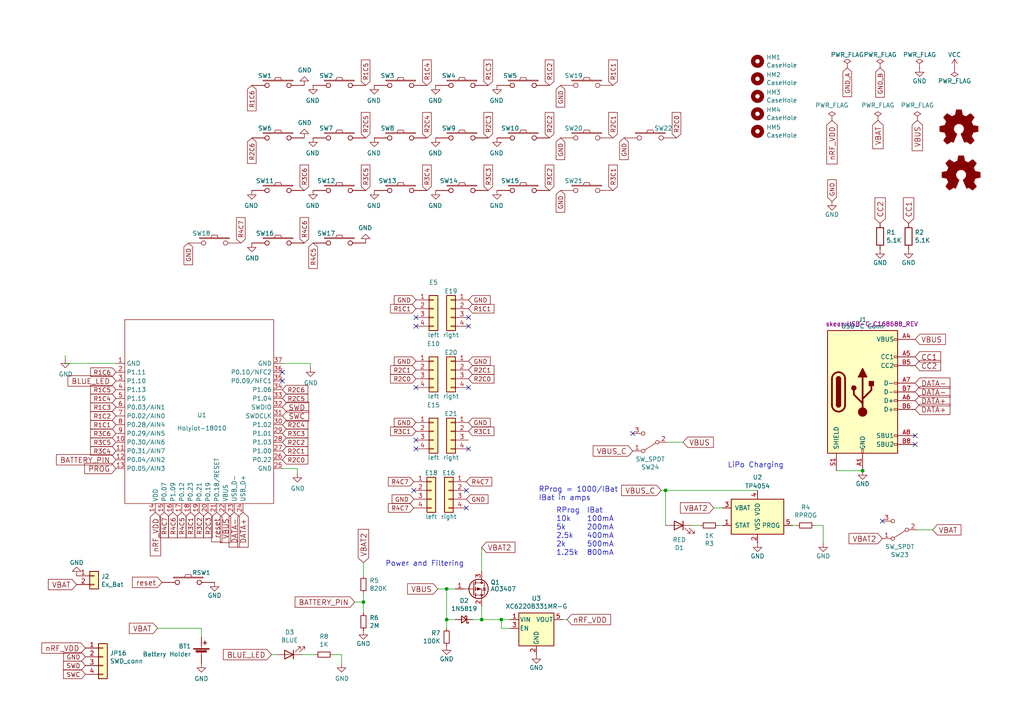
<source format=kicad_sch>
(kicad_sch (version 20211123) (generator eeschema)
  (paper "A4")
  (title_block (title "jorian") (date "22 07 2017"))
  (lib_symbols
    (symbol "Battery_Management:MCP73831-3-OT" (pin_names (offset 1.016))
      (property "Reference" "U" (at -7.62 6.35 0))
      (property "Value" "MCP73831-3-OT" (at 1.27 6.35 0))
      (symbol "MCP73831-3-OT_1_1"
        (pin output line (at 10.16 -2.54 180) (length 2.54) (name "STAT") (number "1"))
        (pin power_in line (at 0 -7.62 90) (length 2.54) (name "VSS") (number "2"))
        (pin power_out line (at 10.16 2.54 180) (length 2.54) (name "VBAT") (number "3"))
        (pin power_in line (at 0 7.62 270) (length 2.54) (name "VDD") (number "4"))
        (pin input line (at -10.16 -2.54 0) (length 2.54) (name "PROG") (number "5"))
      )
    )
    (symbol "Connector:USB_C_Receptacle_USB2.0" (pin_names (offset 1.016))
      (property "Reference" "J" (at -10.16 19.05 0))
      (property "Value" "USB_C_Receptacle_USB2.0" (at 19.05 19.05 0))
      (symbol "USB_C_Receptacle_USB2.0_1_1"
        (pin passive line (at 0 -22.86 90) (length 5.08) (name "GND") (number "A1"))
        (pin passive line (at 0 -22.86 90) (length 5.08) hide (name "GND") (number "A12"))
        (pin passive line (at 15.24 15.24 180) (length 5.08) (name "VBUS") (number "A4"))
        (pin bidirectional line (at 15.24 10.16 180) (length 5.08) (name "CC1") (number "A5"))
        (pin bidirectional line (at 15.24 -2.54 180) (length 5.08) (name "D+") (number "A6"))
        (pin bidirectional line (at 15.24 2.54 180) (length 5.08) (name "D-") (number "A7"))
        (pin bidirectional line (at 15.24 -12.7 180) (length 5.08) (name "SBU1") (number "A8"))
        (pin passive line (at 15.24 15.24 180) (length 5.08) hide (name "VBUS") (number "A9"))
        (pin passive line (at 0 -22.86 90) (length 5.08) hide (name "GND") (number "B1"))
        (pin passive line (at 0 -22.86 90) (length 5.08) hide (name "GND") (number "B12"))
        (pin passive line (at 15.24 15.24 180) (length 5.08) hide (name "VBUS") (number "B4"))
        (pin bidirectional line (at 15.24 7.62 180) (length 5.08) (name "CC2") (number "B5"))
        (pin bidirectional line (at 15.24 -5.08 180) (length 5.08) (name "D+") (number "B6"))
        (pin bidirectional line (at 15.24 0 180) (length 5.08) (name "D-") (number "B7"))
        (pin bidirectional line (at 15.24 -15.24 180) (length 5.08) (name "SBU2") (number "B8"))
        (pin passive line (at 15.24 15.24 180) (length 5.08) hide (name "VBUS") (number "B9"))
        (pin passive line (at -7.62 -22.86 90) (length 5.08) (name "SHIELD") (number "S1"))
      )
    )
    (symbol "Connector_Generic:Conn_01x02" (pin_names (offset 1.016) hide)
      (property "Reference" "J" (at 0 2.54 0))
      (property "Value" "Conn_01x02" (at 0 -5.08 0))
      (symbol "Conn_01x02_1_1"
        (pin passive line (at -5.08 0 0) (length 3.81) (name "Pin_1") (number "1"))
        (pin passive line (at -5.08 -2.54 0) (length 3.81) (name "Pin_2") (number "2"))
      )
    )
    (symbol "Connector_Generic:Conn_01x04" (pin_names (offset 1.016) hide)
      (property "Reference" "J" (at 0 5.08 0))
      (property "Value" "Conn_01x04" (at 0 -7.62 0))
      (symbol "Conn_01x04_1_1"
        (pin passive line (at -5.08 2.54 0) (length 3.81) (name "Pin_1") (number "1"))
        (pin passive line (at -5.08 0 0) (length 3.81) (name "Pin_2") (number "2"))
        (pin passive line (at -5.08 -2.54 0) (length 3.81) (name "Pin_3") (number "3"))
        (pin passive line (at -5.08 -5.08 0) (length 3.81) (name "Pin_4") (number "4"))
      )
    )
    (symbol "Device:Battery_Cell" (pin_numbers hide) (pin_names (offset 0) hide)
      (property "Reference" "BT" (at 2.54 2.54 0))
      (property "Value" "Battery_Cell" (at 2.54 0 0))
      (symbol "Battery_Cell_1_1"
        (pin passive line (at 0 5.08 270) (length 2.54) (name "+") (number "1"))
        (pin passive line (at 0 -2.54 90) (length 2.54) (name "-") (number "2"))
      )
    )
    (symbol "Device:D_Schottky_Small" (pin_numbers hide) (pin_names (offset 0.254) hide)
      (property "Reference" "D" (at -1.27 2.032 0))
      (property "Value" "D_Schottky_Small" (at -7.112 -2.032 0))
      (symbol "D_Schottky_Small_1_1"
        (pin passive line (at -2.54 0 0) (length 1.778) (name "K") (number "1"))
        (pin passive line (at 2.54 0 180) (length 1.778) (name "A") (number "2"))
      )
    )
    (symbol "Device:LED" (pin_numbers hide) (pin_names (offset 1.016) hide)
      (property "Reference" "D" (at 0 2.54 0))
      (property "Value" "LED" (at 0 -2.54 0))
      (symbol "LED_1_1"
        (pin passive line (at -3.81 0 0) (length 2.54) (name "K") (number "1"))
        (pin passive line (at 3.81 0 180) (length 2.54) (name "A") (number "2"))
      )
    )
    (symbol "Device:Q_PMOS_GSD" (pin_names (offset 0) hide)
      (property "Reference" "Q" (at 5.08 1.27 0))
      (property "Value" "Q_PMOS_GSD" (at 5.08 -1.27 0))
      (symbol "Q_PMOS_GSD_1_1"
        (pin input line (at -5.08 0 0) (length 2.54) (name "G") (number "1"))
        (pin passive line (at 2.54 -5.08 90) (length 2.54) (name "S") (number "2"))
        (pin passive line (at 2.54 5.08 270) (length 2.54) (name "D") (number "3"))
      )
    )
    (symbol "Device:R" (pin_numbers hide) (pin_names (offset 0))
      (property "Reference" "R" (at 2.032 0 90))
      (property "Value" "R" (at 0 0 90))
      (symbol "R_1_1"
        (pin passive line (at 0 3.81 270) (length 1.27) (name "~") (number "1"))
        (pin passive line (at 0 -3.81 90) (length 1.27) (name "~") (number "2"))
      )
    )
    (symbol "Device:R_Small" (pin_numbers hide) (pin_names (offset 0.254) hide)
      (property "Reference" "R" (at 0.762 0.508 0))
      (property "Value" "R_Small" (at 0.762 -1.016 0))
      (symbol "R_Small_1_1"
        (pin passive line (at 0 2.54 270) (length 0.762) (name "~") (number "1"))
        (pin passive line (at 0 -2.54 90) (length 0.762) (name "~") (number "2"))
      )
    )
    (symbol "Graphic:Logo_Open_Hardware_Small" (pin_names (offset 1.016)))
    (symbol "Mechanical:MountingHole" (pin_names (offset 1.016))
      (property "Reference" "H" (at 0 5.08 0))
      (property "Value" "MountingHole" (at 0 3.175 0))
    )
    (symbol "Regulator_Linear:AP2112K-3.3" (pin_names (offset 0.254))
      (property "Reference" "U" (at -5.08 5.715 0))
      (property "Value" "AP2112K-3.3" (at 0 5.715 0))
      (symbol "AP2112K-3.3_1_1"
        (pin power_in line (at -7.62 2.54 0) (length 2.54) (name "VIN") (number "1"))
        (pin power_in line (at 0 -7.62 90) (length 2.54) (name "GND") (number "2"))
        (pin input line (at -7.62 0 0) (length 2.54) (name "EN") (number "3"))
        (pin no_connect line (at 5.08 0 180) (length 2.54) hide (name "NC") (number "4"))
        (pin power_out line (at 7.62 2.54 180) (length 2.54) (name "VOUT") (number "5"))
      )
    )
    (symbol "Switch:SW_SPDT" (pin_names (offset 0) hide)
      (property "Reference" "SW" (at 0 4.318 0))
      (property "Value" "SW_SPDT" (at 0 -5.08 0))
      (symbol "SW_SPDT_1_1"
        (pin passive line (at 5.08 2.54 180) (length 2.54) (name "A") (number "1"))
        (pin passive line (at -5.08 0 0) (length 2.54) (name "B") (number "2"))
        (pin passive line (at 5.08 -2.54 180) (length 2.54) (name "C") (number "3"))
      )
    )
    (symbol "kbd:SW_PUSH" (pin_numbers hide) (pin_names (offset 1.016) hide)
      (property "Reference" "SW" (at 3.81 2.794 0))
      (property "Value" "SW_PUSH" (at 0 -2.032 0))
      (symbol "SW_PUSH_0_1"
        (pin passive inverted (at -7.62 0 0) (length 5.08) (name "1") (number "1"))
        (pin passive inverted (at 7.62 0 180) (length 5.08) (name "2") (number "2"))
      )
    )
    (symbol "kbd_wl:HOLYIOT-18010-NRF52840_Simple"
      (property "Reference" "U1" (at 0 31.75 0))
      (property "Value" "HOLYIOT-18010-NRF52840_Simple" (at 0 29.21 0))
      (symbol "HOLYIOT-18010-NRF52840_Simple_1_1"
        (pin power_in line (at -24.13 15.24 0) (length 2.54) (name "GND") (number "1"))
        (pin input line (at -24.13 -7.62 0) (length 2.54) (name "P0.30/AIN6") (number "10"))
        (pin input line (at -24.13 -10.16 0) (length 2.54) (name "P0.31/AIN7") (number "11"))
        (pin input line (at -24.13 -12.7 0) (length 2.54) (name "P0.04/AIN2") (number "12"))
        (pin input line (at -24.13 -15.24 0) (length 2.54) (name "P0.05/AIN3") (number "13"))
        (pin power_in line (at -12.7 -27.94 90) (length 2.54) (name "VDD") (number "14"))
        (pin input line (at -10.16 -27.94 90) (length 2.54) (name "P0.07") (number "15"))
        (pin input line (at -7.62 -27.94 90) (length 2.54) (name "P1.09") (number "16"))
        (pin input line (at -5.08 -27.94 90) (length 2.54) (name "P0.12") (number "17"))
        (pin input line (at -2.54 -27.94 90) (length 2.54) (name "P0.23") (number "18"))
        (pin input line (at 0 -27.94 90) (length 2.54) (name "P0.21") (number "19"))
        (pin input line (at -24.13 12.7 0) (length 2.54) (name "P1.11") (number "2"))
        (pin input line (at 2.54 -27.94 90) (length 2.54) (name "P0.19") (number "20"))
        (pin input line (at 5.08 -27.94 90) (length 2.54) (name "P0.18/RESET") (number "21"))
        (pin power_in line (at 7.62 -27.94 90) (length 2.54) (name "VBUS") (number "22"))
        (pin input line (at 10.16 -27.94 90) (length 2.54) (name "USB_D-") (number "23"))
        (pin input line (at 12.7 -27.94 90) (length 2.54) (name "USB_D+") (number "24"))
        (pin power_in line (at 24.13 -15.24 180) (length 2.54) (name "GND") (number "25"))
        (pin input line (at 24.13 -12.7 180) (length 2.54) (name "P0.22") (number "26"))
        (pin input line (at 24.13 -10.16 180) (length 2.54) (name "P1.00") (number "27"))
        (pin input line (at 24.13 -7.62 180) (length 2.54) (name "P1.03") (number "28"))
        (pin input line (at 24.13 -5.08 180) (length 2.54) (name "P1.01") (number "29"))
        (pin input line (at -24.13 10.16 0) (length 2.54) (name "P1.10") (number "3"))
        (pin input line (at 24.13 -2.54 180) (length 2.54) (name "P1.02") (number "30"))
        (pin input line (at 24.13 0 180) (length 2.54) (name "SWDCLK") (number "31"))
        (pin input line (at 24.13 2.54 180) (length 2.54) (name "SWDIO") (number "32"))
        (pin input line (at 24.13 5.08 180) (length 2.54) (name "P1.04") (number "33"))
        (pin input line (at 24.13 7.62 180) (length 2.54) (name "P1.06") (number "34"))
        (pin input line (at 24.13 10.16 180) (length 2.54) (name "P0.09/NFC1") (number "35"))
        (pin input line (at 24.13 12.7 180) (length 2.54) (name "P0.10/NFC2") (number "36"))
        (pin power_in line (at 24.13 15.24 180) (length 2.54) (name "GND") (number "37"))
        (pin input line (at -24.13 7.62 0) (length 2.54) (name "P1.13") (number "4"))
        (pin input line (at -24.13 5.08 0) (length 2.54) (name "P1.15") (number "5"))
        (pin input line (at -24.13 2.54 0) (length 2.54) (name "P0.03/AIN1") (number "6"))
        (pin input line (at -24.13 0 0) (length 2.54) (name "P0.02/AIN0") (number "7"))
        (pin input line (at -24.13 -2.54 0) (length 2.54) (name "P0.28/AIN4") (number "8"))
        (pin input line (at -24.13 -5.08 0) (length 2.54) (name "P0.29/AIN5") (number "9"))
      )
    )
    (symbol "power:GND" (power) (pin_names (offset 0))
      (property "Value" "GND" (at 0 -3.81 0))
      (symbol "GND_1_1"
        (pin power_in line (at 0 0 270) (length 0) hide (name "GND") (number "1"))
      )
    )
    (symbol "power:PWR_FLAG" (power) (pin_numbers hide) (pin_names (offset 0) hide)
      (property "Value" "PWR_FLAG" (at 0 3.81 0))
      (symbol "PWR_FLAG_0_0"
        (pin power_out line (at 0 0 90) (length 0) (name "pwr") (number "1"))
      )
    )
    (symbol "power:VCC" (power) (pin_names (offset 0))
      (property "Value" "VCC" (at 0 3.81 0))
      (symbol "VCC_1_1"
        (pin power_in line (at 0 0 90) (length 0) hide (name "VCC") (number "1"))
      )
    )
  )
  (junction (at 139.7 179.705))
  (junction (at 105.41 174.625))
  (junction (at 250.19 136.525))
  (junction (at 193.04 142.24))
  (junction (at 145.415 179.705))
  (junction (at 129.54 170.815))
  (junction (at 129.54 179.705))
  (no_connect (at 81.915 107.95))
  (no_connect (at 81.915 110.49))
  (no_connect (at 120.65 127.635))
  (no_connect (at 120.65 130.175))
  (no_connect (at 135.89 130.175))
  (no_connect (at 120.65 94.615))
  (no_connect (at 135.89 112.395))
  (no_connect (at 120.015 142.24))
  (no_connect (at 135.255 142.24))
  (no_connect (at 135.255 147.32))
  (no_connect (at 255.905 151.13))
  (no_connect (at 120.65 92.075))
  (no_connect (at 183.515 125.73))
  (no_connect (at 265.43 128.905))
  (no_connect (at 120.65 112.395))
  (no_connect (at 265.43 126.365))
  (no_connect (at 135.89 92.075))
  (no_connect (at 135.89 94.615))
  (wire (pts (xy 129.54 179.705) (xy 132.08 179.705)))
  (wire (pts (xy 90.043 106.68) (xy 90.043 105.41)))
  (wire (pts (xy 236.22 152.4) (xy 238.76 152.4)))
  (wire (pts (xy 58.42 182.245) (xy 58.42 184.785)))
  (wire (pts (xy 129.54 182.245) (xy 129.54 179.705)))
  (wire (pts (xy 147.955 182.245) (xy 145.415 182.245)))
  (wire (pts (xy 229.87 152.4) (xy 231.14 152.4)))
  (wire (pts (xy 145.415 179.705) (xy 147.955 179.705)))
  (wire (pts (xy 105.41 163.195) (xy 105.41 167.005)))
  (wire (pts (xy 193.04 142.24) (xy 191.77 142.24)))
  (wire (pts (xy 81.915 105.41) (xy 90.043 105.41)))
  (wire (pts (xy 266.065 153.67) (xy 270.51 153.67)))
  (wire (pts (xy 18.923 103.124) (xy 18.923 104.14)))
  (wire (pts (xy 78.74 189.865) (xy 80.01 189.865)))
  (wire (pts (xy 33.655 105.41) (xy 18.669 105.41)))
  (wire (pts (xy 238.76 157.48) (xy 238.76 152.4)))
  (wire (pts (xy 207.01 147.32) (xy 209.55 147.32)))
  (wire (pts (xy 200.66 152.4) (xy 203.2 152.4)))
  (wire (pts (xy 242.57 136.525) (xy 250.19 136.525)))
  (wire (pts (xy 99.06 192.405) (xy 99.06 189.865)))
  (wire (pts (xy 137.16 179.705) (xy 139.7 179.705)))
  (wire (pts (xy 193.675 128.27) (xy 198.12 128.27)))
  (wire (pts (xy 193.04 142.24) (xy 193.04 152.4)))
  (wire (pts (xy 208.28 152.4) (xy 209.55 152.4)))
  (wire (pts (xy 105.41 174.625) (xy 105.41 177.8)))
  (wire (pts (xy 145.415 182.245) (xy 145.415 179.705)))
  (wire (pts (xy 127 170.815) (xy 129.54 170.815)))
  (wire (pts (xy 139.7 158.75) (xy 139.7 165.735)))
  (wire (pts (xy 87.63 189.865) (xy 91.44 189.865)))
  (wire (pts (xy 163.195 179.705) (xy 164.465 179.705)))
  (wire (pts (xy 86.233 135.89) (xy 86.233 137.287)))
  (wire (pts (xy 105.41 172.085) (xy 105.41 174.625)))
  (wire (pts (xy 193.04 142.24) (xy 219.71 142.24)))
  (wire (pts (xy 139.7 175.895) (xy 139.7 179.705)))
  (wire (pts (xy 96.52 189.865) (xy 99.06 189.865)))
  (wire (pts (xy 139.7 179.705) (xy 145.415 179.705)))
  (wire (pts (xy 129.54 179.705) (xy 129.54 170.815)))
  (wire (pts (xy 81.915 135.89) (xy 86.233 135.89)))
  (wire (pts (xy 102.87 174.625) (xy 105.41 174.625)))
  (wire (pts (xy 129.54 170.815) (xy 132.08 170.815)))
  (wire (pts (xy 45.72 182.245) (xy 58.42 182.245)))
  (text "Power and Filtering" (at 111.76 164.465 0) (effects (font (size 1.524 1.524)) (justify left bottom)))
  (text "IBat\n100mA\n200mA\n400mA\n500mA\n800mA" (at 170.18 161.29 0) (effects (font (size 1.524 1.524)) (justify left bottom)))
  (text "RProg\n10k\n5k\n2.5k\n2k\n1.25k" (at 161.29 161.29 0) (effects (font (size 1.524 1.524)) (justify left bottom)))
  (text "LiPo Charging\n" (at 227.33 135.89 180) (effects (font (size 1.524 1.524)) (justify right bottom)))
  (text "RProg = 1000/IBat\nIBat in amps" (at 156.21 145.415 0) (effects (font (size 1.524 1.524)) (justify left bottom)))
  (global_label "VBUS" (shape input) (at 65.405 148.59 270) (effects (font (size 1.524 1.524))) (property "Intersheet References" "${INTERSHEET_REFS}" (effects hide)))
  (global_label "VBAT" (shape input) (at 22.225 169.545 180) (effects (font (size 1.524 1.524))) (property "Intersheet References" "${INTERSHEET_REFS}" (effects hide)))
  (global_label "R4C7" (shape input) (at 120.015 147.32 180) (property "Intersheet References" "${INTERSHEET_REFS}" (effects hide)))
  (global_label "GND" (shape input) (at 241.3 58.42 90) (property "Intersheet References" "${INTERSHEET_REFS}" (effects hide)))
  (global_label "R1C2" (shape input) (at 33.655 120.65 180) (property "Intersheet References" "${INTERSHEET_REFS}" (effects hide)))
  (global_label "GND" (shape input) (at 120.015 144.78 180) (property "Intersheet References" "${INTERSHEET_REFS}" (effects hide)))
  (global_label "GND" (shape input) (at 54.61 70.485 270) (property "Intersheet References" "${INTERSHEET_REFS}" (effects hide)))
  (global_label "BLUE_LED" (shape input) (at 78.74 189.865 180) (effects (font (size 1.524 1.524))) (property "Intersheet References" "${INTERSHEET_REFS}" (effects hide)))
  (global_label "VBUS" (shape input) (at 266.065 34.925 270) (effects (font (size 1.524 1.524))) (property "Intersheet References" "${INTERSHEET_REFS}" (effects hide)))
  (global_label "R2C5" (shape input) (at 81.915 115.57 0) (property "Intersheet References" "${INTERSHEET_REFS}" (effects hide)))
  (global_label "SWD" (shape input) (at 24.765 193.04 180) (property "Intersheet References" "${INTERSHEET_REFS}" (effects hide)))
  (global_label "GND" (shape input) (at 135.89 122.555 0) (property "Intersheet References" "${INTERSHEET_REFS}" (effects hide)))
  (global_label "R1C3" (shape input) (at 33.655 118.11 180) (property "Intersheet References" "${INTERSHEET_REFS}" (effects hide)))
  (global_label "DATA+" (shape input) (at 265.43 118.745 0) (effects (font (size 1.524 1.524))) (property "Intersheet References" "${INTERSHEET_REFS}" (effects hide)))
  (global_label "DATA-" (shape input) (at 67.945 148.59 270) (effects (font (size 1.524 1.524))) (property "Intersheet References" "${INTERSHEET_REFS}" (effects hide)))
  (global_label "VBUS_C" (shape input) (at 191.77 142.24 180) (effects (font (size 1.524 1.524))) (property "Intersheet References" "${INTERSHEET_REFS}" (effects hide)))
  (global_label "R2C2" (shape input) (at 81.915 128.27 0) (property "Intersheet References" "${INTERSHEET_REFS}" (effects hide)))
  (global_label "CC1" (shape input) (at 263.525 64.77 90) (effects (font (size 1.524 1.524))) (property "Intersheet References" "${INTERSHEET_REFS}" (effects hide)))
  (global_label "GND" (shape input) (at 135.89 86.995 0) (property "Intersheet References" "${INTERSHEET_REFS}" (effects hide)))
  (global_label "R3C1" (shape input) (at 120.65 125.095 180) (property "Intersheet References" "${INTERSHEET_REFS}" (effects hide)))
  (global_label "CC1" (shape input) (at 265.43 103.505 0) (effects (font (size 1.524 1.524))) (property "Intersheet References" "${INTERSHEET_REFS}" (effects hide)))
  (global_label "R1C4" (shape input) (at 123.825 24.765 90) (property "Intersheet References" "${INTERSHEET_REFS}" (effects hide)))
  (global_label "R3C1" (shape input) (at 177.8 55.245 90) (property "Intersheet References" "${INTERSHEET_REFS}" (effects hide)))
  (global_label "R4C7" (shape input) (at 47.625 148.59 270) (property "Intersheet References" "${INTERSHEET_REFS}" (effects hide)))
  (global_label "R3C1" (shape input) (at 135.89 125.095 0) (property "Intersheet References" "${INTERSHEET_REFS}" (effects hide)))
  (global_label "R1C5" (shape input) (at 33.655 113.03 180) (property "Intersheet References" "${INTERSHEET_REFS}" (effects hide)))
  (global_label "R2C1" (shape input) (at 81.915 130.81 0) (property "Intersheet References" "${INTERSHEET_REFS}" (effects hide)))
  (global_label "R2C0" (shape input) (at 135.89 109.855 0) (property "Intersheet References" "${INTERSHEET_REFS}" (effects hide)))
  (global_label "GND" (shape input) (at 162.56 24.765 270) (property "Intersheet References" "${INTERSHEET_REFS}" (effects hide)))
  (global_label "VBAT" (shape input) (at 254.635 34.925 270) (effects (font (size 1.524 1.524))) (property "Intersheet References" "${INTERSHEET_REFS}" (effects hide)))
  (global_label "R1C6" (shape input) (at 33.655 107.95 180) (property "Intersheet References" "${INTERSHEET_REFS}" (effects hide)))
  (global_label "R1C6" (shape input) (at 73.025 24.765 270) (property "Intersheet References" "${INTERSHEET_REFS}" (effects hide)))
  (global_label "R2C3" (shape input) (at 141.605 40.005 90) (property "Intersheet References" "${INTERSHEET_REFS}" (effects hide)))
  (global_label "VBAT2" (shape input) (at 207.01 147.32 180) (effects (font (size 1.524 1.524))) (property "Intersheet References" "${INTERSHEET_REFS}" (effects hide)))
  (global_label "R3C4" (shape input) (at 33.655 130.81 180) (property "Intersheet References" "${INTERSHEET_REFS}" (effects hide)))
  (global_label "R1C4" (shape input) (at 33.655 115.57 180) (property "Intersheet References" "${INTERSHEET_REFS}" (effects hide)))
  (global_label "DATA+" (shape input) (at 70.485 148.59 270) (effects (font (size 1.524 1.524))) (property "Intersheet References" "${INTERSHEET_REFS}" (effects hide)))
  (global_label "VBUS" (shape input) (at 265.43 98.425 0) (effects (font (size 1.524 1.524))) (property "Intersheet References" "${INTERSHEET_REFS}" (effects hide)))
  (global_label "reset" (shape input) (at 62.865 148.59 270) (effects (font (size 1.524 1.524))) (property "Intersheet References" "${INTERSHEET_REFS}" (effects hide)))
  (global_label "SWD" (shape input) (at 81.915 118.11 0) (effects (font (size 1.524 1.524))) (property "Intersheet References" "${INTERSHEET_REFS}" (effects hide)))
  (global_label "R3C3" (shape input) (at 141.605 55.245 90) (property "Intersheet References" "${INTERSHEET_REFS}" (effects hide)))
  (global_label "R4C5" (shape input) (at 52.705 148.59 270) (property "Intersheet References" "${INTERSHEET_REFS}" (effects hide)))
  (global_label "R2C6" (shape input) (at 73.025 40.005 270) (property "Intersheet References" "${INTERSHEET_REFS}" (effects hide)))
  (global_label "GND" (shape input) (at 120.65 104.775 180) (property "Intersheet References" "${INTERSHEET_REFS}" (effects hide)))
  (global_label "R4C7" (shape input) (at 69.85 70.485 90) (property "Intersheet References" "${INTERSHEET_REFS}" (effects hide)))
  (global_label "R1C2" (shape input) (at 159.385 24.765 90) (property "Intersheet References" "${INTERSHEET_REFS}" (effects hide)))
  (global_label "R2C0" (shape input) (at 81.915 133.35 0) (property "Intersheet References" "${INTERSHEET_REFS}" (effects hide)))
  (global_label "VBAT" (shape input) (at 45.72 182.245 180) (effects (font (size 1.524 1.524))) (property "Intersheet References" "${INTERSHEET_REFS}" (effects hide)))
  (global_label "SWC" (shape input) (at 81.915 120.65 0) (effects (font (size 1.524 1.524))) (property "Intersheet References" "${INTERSHEET_REFS}" (effects hide)))
  (global_label "GND" (shape input) (at 120.65 86.995 180) (property "Intersheet References" "${INTERSHEET_REFS}" (effects hide)))
  (global_label "R3C5" (shape input) (at 106.045 55.245 90) (property "Intersheet References" "${INTERSHEET_REFS}" (effects hide)))
  (global_label "nRF_VDD" (shape input) (at 241.3 34.925 270) (effects (font (size 1.524 1.524))) (property "Intersheet References" "${INTERSHEET_REFS}" (effects hide)))
  (global_label "GND_B" (shape input) (at 255.27 19.685 270) (property "Intersheet References" "${INTERSHEET_REFS}" (effects hide)))
  (global_label "BATTERY_PIN" (shape input) (at 33.655 133.35 180) (effects (font (size 1.524 1.524))) (property "Intersheet References" "${INTERSHEET_REFS}" (effects hide)))
  (global_label "R4C6" (shape input) (at 50.165 148.59 270) (property "Intersheet References" "${INTERSHEET_REFS}" (effects hide)))
  (global_label "R2C5" (shape input) (at 106.045 40.005 90) (property "Intersheet References" "${INTERSHEET_REFS}" (effects hide)))
  (global_label "nRF_VDD" (shape input) (at 24.765 187.96 180) (effects (font (size 1.524 1.524))) (property "Intersheet References" "${INTERSHEET_REFS}" (effects hide)))
  (global_label "R2C6" (shape input) (at 81.915 113.03 0) (property "Intersheet References" "${INTERSHEET_REFS}" (effects hide)))
  (global_label "VBAT2" (shape input) (at 139.7 158.75 0) (effects (font (size 1.524 1.524))) (property "Intersheet References" "${INTERSHEET_REFS}" (effects hide)))
  (global_label "GND_A" (shape input) (at 245.745 19.685 270) (property "Intersheet References" "${INTERSHEET_REFS}" (effects hide)))
  (global_label "VBAT2" (shape input) (at 105.41 163.195 90) (effects (font (size 1.524 1.524))) (property "Intersheet References" "${INTERSHEET_REFS}" (effects hide)))
  (global_label "R4C6" (shape input) (at 88.265 70.485 90) (property "Intersheet References" "${INTERSHEET_REFS}" (effects hide)))
  (global_label "VBAT" (shape input) (at 270.51 153.67 0) (effects (font (size 1.524 1.524))) (property "Intersheet References" "${INTERSHEET_REFS}" (effects hide)))
  (global_label "BLUE_LED" (shape input) (at 33.655 110.49 180) (effects (font (size 1.524 1.524))) (property "Intersheet References" "${INTERSHEET_REFS}" (effects hide)))
  (global_label "R1C1" (shape input) (at 135.89 89.535 0) (property "Intersheet References" "${INTERSHEET_REFS}" (effects hide)))
  (global_label "SWC" (shape input) (at 24.765 195.58 180) (property "Intersheet References" "${INTERSHEET_REFS}" (effects hide)))
  (global_label "R4C7" (shape input) (at 135.255 139.7 0) (property "Intersheet References" "${INTERSHEET_REFS}" (effects hide)))
  (global_label "R3C3" (shape input) (at 81.915 125.73 0) (property "Intersheet References" "${INTERSHEET_REFS}" (effects hide)))
  (global_label "R3C1" (shape input) (at 55.245 148.59 270) (property "Intersheet References" "${INTERSHEET_REFS}" (effects hide)))
  (global_label "CC2" (shape input) (at 265.43 106.045 0) (effects (font (size 1.524 1.524))) (property "Intersheet References" "${INTERSHEET_REFS}" (effects hide)))
  (global_label "R1C1" (shape input) (at 177.8 24.765 90) (property "Intersheet References" "${INTERSHEET_REFS}" (effects hide)))
  (global_label "VBUS" (shape input) (at 127 170.815 180) (effects (font (size 1.524 1.524))) (property "Intersheet References" "${INTERSHEET_REFS}" (effects hide)))
  (global_label "R1C1" (shape input) (at 33.655 123.19 180) (property "Intersheet References" "${INTERSHEET_REFS}" (effects hide)))
  (global_label "R2C0" (shape input) (at 196.215 40.005 90) (property "Intersheet References" "${INTERSHEET_REFS}" (effects hide)))
  (global_label "R3C6" (shape input) (at 33.655 125.73 180) (property "Intersheet References" "${INTERSHEET_REFS}" (effects hide)))
  (global_label "VBAT2" (shape input) (at 255.905 156.21 180) (effects (font (size 1.524 1.524))) (property "Intersheet References" "${INTERSHEET_REFS}" (effects hide)))
  (global_label "R2C2" (shape input) (at 159.385 40.005 90) (property "Intersheet References" "${INTERSHEET_REFS}" (effects hide)))
  (global_label "BATTERY_PIN" (shape input) (at 102.87 174.625 180) (effects (font (size 1.524 1.524))) (property "Intersheet References" "${INTERSHEET_REFS}" (effects hide)))
  (global_label "GND" (shape input) (at 180.975 40.005 270) (property "Intersheet References" "${INTERSHEET_REFS}" (effects hide)))
  (global_label "R2C4" (shape input) (at 81.915 123.19 0) (property "Intersheet References" "${INTERSHEET_REFS}" (effects hide)))
  (global_label "GND" (shape input) (at 162.56 55.245 270) (property "Intersheet References" "${INTERSHEET_REFS}" (effects hide)))
  (global_label "CC2" (shape input) (at 255.27 64.77 90) (effects (font (size 1.524 1.524))) (property "Intersheet References" "${INTERSHEET_REFS}" (effects hide)))
  (global_label "R2C1" (shape input) (at 177.8 40.005 90) (property "Intersheet References" "${INTERSHEET_REFS}" (effects hide)))
  (global_label "R1C5" (shape input) (at 106.045 24.765 90) (property "Intersheet References" "${INTERSHEET_REFS}" (effects hide)))
  (global_label "R1C1" (shape input) (at 120.65 89.535 180) (property "Intersheet References" "${INTERSHEET_REFS}" (effects hide)))
  (global_label "R1C3" (shape input) (at 141.605 24.765 90) (property "Intersheet References" "${INTERSHEET_REFS}" (effects hide)))
  (global_label "GND" (shape input) (at 24.765 190.5 180) (property "Intersheet References" "${INTERSHEET_REFS}" (effects hide)))
  (global_label "R3C2" (shape input) (at 159.385 55.245 90) (property "Intersheet References" "${INTERSHEET_REFS}" (effects hide)))
  (global_label "GND" (shape input) (at 135.89 104.775 0) (property "Intersheet References" "${INTERSHEET_REFS}" (effects hide)))
  (global_label "GND" (shape input) (at 135.255 144.78 0) (property "Intersheet References" "${INTERSHEET_REFS}" (effects hide)))
  (global_label "DATA+" (shape input) (at 265.43 116.205 0) (effects (font (size 1.524 1.524))) (property "Intersheet References" "${INTERSHEET_REFS}" (effects hide)))
  (global_label "R2C3" (shape input) (at 60.325 148.59 270) (property "Intersheet References" "${INTERSHEET_REFS}" (effects hide)))
  (global_label "GND" (shape input) (at 162.56 40.005 270) (property "Intersheet References" "${INTERSHEET_REFS}" (effects hide)))
  (global_label "R2C4" (shape input) (at 123.825 40.005 90) (property "Intersheet References" "${INTERSHEET_REFS}" (effects hide)))
  (global_label "nRF_VDD" (shape input) (at 164.465 179.705 0) (effects (font (size 1.524 1.524))) (property "Intersheet References" "${INTERSHEET_REFS}" (effects hide)))
  (global_label "R3C5" (shape input) (at 33.655 128.27 180) (property "Intersheet References" "${INTERSHEET_REFS}" (effects hide)))
  (global_label "VBUS" (shape input) (at 198.12 128.27 0) (effects (font (size 1.524 1.524))) (property "Intersheet References" "${INTERSHEET_REFS}" (effects hide)))
  (global_label "GND" (shape input) (at 120.65 122.555 180) (property "Intersheet References" "${INTERSHEET_REFS}" (effects hide)))
  (global_label "reset" (shape input) (at 46.99 168.91 180) (effects (font (size 1.524 1.524))) (property "Intersheet References" "${INTERSHEET_REFS}" (effects hide)))
  (global_label "R3C2" (shape input) (at 57.785 148.59 270) (property "Intersheet References" "${INTERSHEET_REFS}" (effects hide)))
  (global_label "VBUS_C" (shape input) (at 183.515 130.81 180) (effects (font (size 1.524 1.524))) (property "Intersheet References" "${INTERSHEET_REFS}" (effects hide)))
  (global_label "R2C1" (shape input) (at 120.65 107.315 180) (property "Intersheet References" "${INTERSHEET_REFS}" (effects hide)))
  (global_label "R3C6" (shape input) (at 88.265 55.245 90) (property "Intersheet References" "${INTERSHEET_REFS}" (effects hide)))
  (global_label "DATA-" (shape input) (at 265.43 111.125 0) (effects (font (size 1.524 1.524))) (property "Intersheet References" "${INTERSHEET_REFS}" (effects hide)))
  (global_label "R3C4" (shape input) (at 123.825 55.245 90) (property "Intersheet References" "${INTERSHEET_REFS}" (effects hide)))
  (global_label "DATA-" (shape input) (at 265.43 113.665 0) (effects (font (size 1.524 1.524))) (property "Intersheet References" "${INTERSHEET_REFS}" (effects hide)))
  (global_label "R2C0" (shape input) (at 120.65 109.855 180) (property "Intersheet References" "${INTERSHEET_REFS}" (effects hide)))
  (global_label "nRF_VDD" (shape input) (at 45.085 148.59 270) (effects (font (size 1.524 1.524))) (property "Intersheet References" "${INTERSHEET_REFS}" (effects hide)))
  (global_label "R4C7" (shape input) (at 120.015 139.7 180) (property "Intersheet References" "${INTERSHEET_REFS}" (effects hide)))
  (global_label "PROG" (shape input) (at 33.655 135.89 180) (effects (font (size 1.524 1.524))) (property "Intersheet References" "${INTERSHEET_REFS}" (effects hide)))
  (global_label "R4C5" (shape input) (at 90.805 70.485 270) (property "Intersheet References" "${INTERSHEET_REFS}" (effects hide)))
  (global_label "R2C1" (shape input) (at 135.89 107.315 0) (property "Intersheet References" "${INTERSHEET_REFS}" (effects hide)))
  (symbol (lib_id "Device:Battery_Cell") (at 58.42 189.865 0) (unit 1)
    (property "Reference" "BT1" (at 55.4482 187.4266 0) (effects (justify right)))
    (property "Value" "Battery Holder" (at 55.4482 189.738 0) (effects (justify right)))
    (property "Footprint" "kbd:cr2032_bs-7" (effects hide))
  )
  (symbol (lib_id "Graphic:Logo_Open_Hardware_Small") (at 278.13 37.465 0) (unit 1)
    (property "Reference" "G1" (effects hide))
    (property "Value" "Logo_Open_Hardware_Small" (effects hide))
    (property "Footprint" "kbd:jorian_logo" (effects hide))
  )
  (symbol (lib_id "Graphic:Logo_Open_Hardware_Small") (at 278.765 50.8 0) (unit 1)
    (property "Reference" "G2" (effects hide))
    (property "Value" "Logo_Open_Hardware_Small" (effects hide))
    (property "Footprint" "kbd:jorian_logo" (effects hide))
  )
  (symbol (lib_id "power:GND") (at 266.7 19.685 0) (unit 1)
    (property "Reference" "#PWR0110" (effects hide))
    (property "Value" "GND" (at 266.7 23.495 0))
  )
  (symbol (lib_id "power:VCC") (at 276.86 19.685 0) (unit 1)
    (property "Reference" "#PWR0111" (effects hide))
    (property "Value" "VCC" (at 276.86 15.875 0))
  )
  (symbol (lib_id "power:PWR_FLAG") (at 276.86 19.685 180) (unit 1)
    (property "Reference" "#FLG0101" (effects hide))
    (property "Value" "PWR_FLAG" (at 276.86 23.495 0))
  )
  (symbol (lib_id "power:PWR_FLAG") (at 266.7 19.685 0) (unit 1)
    (property "Reference" "#FLG0102" (effects hide))
    (property "Value" "PWR_FLAG" (at 266.7 15.875 0))
  )
  (symbol (lib_id "Connector_Generic:Conn_01x04") (at 130.81 107.315 0) (mirror y) (unit 1)
    (property "Reference" "E20" (at 130.81 102.235 0))
    (property "Value" "right" (at 130.81 114.935 0))
    (property "Footprint" "kbd_jorian:edge_conn" (effects hide))
  )
  (symbol (lib_id "Connector_Generic:Conn_01x04") (at 125.73 107.315 0) (unit 1)
    (property "Reference" "E10" (at 125.73 99.695 0))
    (property "Value" "left" (at 125.73 114.935 0))
    (property "Footprint" "kbd_jorian:edge_conn" (effects hide))
  )
  (symbol (lib_id "Connector_Generic:Conn_01x04") (at 29.845 190.5 0) (unit 1)
    (property "Reference" "JP16" (at 31.877 189.4332 0) (effects (justify left)))
    (property "Value" "SWD_conn" (at 31.877 191.7446 0) (effects (justify left)))
    (property "Footprint" "kbd:connector_swd" (effects hide))
  )
  (symbol (lib_id "Connector_Generic:Conn_01x04") (at 130.175 142.24 0) (mirror y) (unit 1)
    (property "Reference" "E16" (at 130.175 137.16 0))
    (property "Value" "right" (at 130.175 149.86 0))
    (property "Footprint" "kbd_jorian:edge_conn" (effects hide))
  )
  (symbol (lib_id "Connector_Generic:Conn_01x04") (at 125.095 142.24 0) (unit 1)
    (property "Reference" "E18" (at 125.095 137.16 0))
    (property "Value" "left" (at 125.095 149.86 0))
    (property "Footprint" "kbd_jorian:edge_conn" (effects hide))
  )
  (symbol (lib_id "Connector_Generic:Conn_01x04") (at 130.81 89.535 0) (mirror y) (unit 1)
    (property "Reference" "E19" (at 130.81 84.455 0))
    (property "Value" "right" (at 130.81 97.155 0))
    (property "Footprint" "kbd_jorian:edge_conn" (effects hide))
  )
  (symbol (lib_id "Connector_Generic:Conn_01x04") (at 125.73 89.535 0) (unit 1)
    (property "Reference" "E5" (at 125.73 81.915 0))
    (property "Value" "left" (at 125.73 97.155 0))
    (property "Footprint" "kbd_jorian:edge_conn" (effects hide))
  )
  (symbol (lib_id "Connector_Generic:Conn_01x04") (at 130.81 125.095 0) (mirror y) (unit 1)
    (property "Reference" "E21" (at 130.81 120.015 0))
    (property "Value" "right" (at 130.81 132.715 0))
    (property "Footprint" "kbd_jorian:edge_conn" (effects hide))
  )
  (symbol (lib_id "Connector_Generic:Conn_01x04") (at 125.73 125.095 0) (unit 1)
    (property "Reference" "E15" (at 125.73 117.475 0))
    (property "Value" "left" (at 125.73 132.715 0))
    (property "Footprint" "kbd_jorian:edge_conn" (effects hide))
  )
  (symbol (lib_id "power:GND") (at 144.145 40.005 0) (mirror y) (unit 1)
    (property "Reference" "#PWR010" (effects hide))
    (property "Value" "GND" (at 144.018 44.3992 0))
  )
  (symbol (lib_id "kbd:SW_PUSH") (at 80.645 40.005 0) (mirror y) (unit 1)
    (property "Reference" "SW6" (at 76.835 37.211 0))
    (property "Value" "SW_PUSH" (effects hide))
    (property "Footprint" "kbd:MX-HS-SOL-1U-REV" (effects hide))
  )
  (symbol (lib_id "power:GND") (at 250.19 136.525 0) (unit 1)
    (property "Reference" "#PWR023" (effects hide))
    (property "Value" "GND" (at 250.19 140.335 0))
  )
  (symbol (lib_id "kbd:SW_PUSH") (at 188.595 40.005 0) (unit 1)
    (property "Reference" "SW22" (at 192.405 37.211 0))
    (property "Value" "SW_PUSH" (effects hide))
    (property "Footprint" "kbd:MX-HS-SOL-1U-REV" (effects hide))
  )
  (symbol (lib_id "kbd:SW_PUSH") (at 133.985 24.765 0) (mirror y) (unit 1)
    (property "Reference" "SW4" (at 130.175 21.971 0))
    (property "Value" "SW_PUSH" (effects hide))
    (property "Footprint" "kbd:MX-HS-SOL-1U-REV" (effects hide))
  )
  (symbol (lib_id "Connector_Generic:Conn_01x02") (at 27.305 167.005 0) (unit 1)
    (property "Reference" "J2" (at 29.337 167.2082 0) (effects (justify left)))
    (property "Value" "Ex_Bat" (at 29.337 169.5196 0) (effects (justify left)))
    (property "Footprint" "skean:Battery_TH" (effects hide))
  )
  (symbol (lib_id "power:GND") (at 241.3 58.42 0) (unit 1)
    (property "Reference" "#PWR016" (effects hide))
    (property "Value" "GND" (at 241.3 62.23 0))
  )
  (symbol (lib_id "Battery_Management:MCP73831-3-OT") (at 219.71 149.86 0) (mirror y) (unit 1)
    (property "Reference" "U2" (at 219.71 138.43 0))
    (property "Value" "TP4054" (at 219.71 140.97 0))
    (property "Footprint" "skean:SOT-23-5_HandSoldering_REV" (effects hide))
    (property "Datasheet" "http://ww1.microchip.com/downloads/en/DeviceDoc/20001984g.pdf" (effects hide))
  )
  (symbol (lib_id "power:PWR_FLAG") (at 241.3 34.925 0) (unit 1)
    (property "Reference" "#FLG01" (effects hide))
    (property "Value" "PWR_FLAG" (at 241.3 30.5308 0))
  )
  (symbol (lib_id "power:GND") (at 219.71 157.48 0) (unit 1)
    (property "Reference" "#PWR025" (effects hide))
    (property "Value" "GND" (at 219.71 161.29 0))
  )
  (symbol (lib_id "power:GND") (at 90.805 40.005 0) (mirror y) (unit 1)
    (property "Reference" "#PWR07" (effects hide))
    (property "Value" "GND" (at 90.678 44.3992 0))
  )
  (symbol (lib_id "power:GND") (at 90.805 24.765 0) (mirror y) (unit 1)
    (property "Reference" "#PWR02" (effects hide))
    (property "Value" "GND" (at 90.678 29.1592 0))
  )
  (symbol (lib_id "kbd:SW_PUSH") (at 54.61 168.91 0) (unit 1)
    (property "Reference" "RSW1" (at 58.42 166.116 0))
    (property "Value" "SW_PUSH" (effects hide))
    (property "Footprint" "skean:SW_SPST_EVQP7C_REV" (effects hide))
  )
  (symbol (lib_id "kbd:SW_PUSH") (at 116.205 24.765 0) (mirror y) (unit 1)
    (property "Reference" "SW3" (at 112.395 21.971 0))
    (property "Value" "SW_PUSH" (effects hide))
    (property "Footprint" "kbd:MX-HS-SOL-1U-REV" (effects hide))
  )
  (symbol (lib_id "Device:R_Small") (at 205.74 152.4 90) (mirror x) (unit 1)
    (property "Reference" "R3" (at 205.74 157.6578 90))
    (property "Value" "1K" (at 205.74 155.3464 90))
    (property "Footprint" "skean:R_0603_1608Metric_REV" (effects hide))
  )
  (symbol (lib_id "Device:R") (at 263.525 68.58 0) (unit 1)
    (property "Reference" "R2" (at 265.303 67.4116 0) (effects (justify left)))
    (property "Value" "5.1K" (at 265.303 69.723 0) (effects (justify left)))
    (property "Footprint" "skean:R_0603_1608Metric_REV" (effects hide))
  )
  (symbol (lib_id "Regulator_Linear:AP2112K-3.3") (at 155.575 182.245 0) (unit 1)
    (property "Reference" "U3" (at 155.575 173.5582 0))
    (property "Value" "XC6220B331MR-G" (at 155.575 175.8696 0))
    (property "Footprint" "skean:SOT-23-5_HandSoldering_REV" (effects hide))
    (property "Datasheet" "https://www.diodes.com/assets/Datasheets/AP2112.pdf" (effects hide))
  )
  (symbol (lib_id "kbd:SW_PUSH") (at 116.205 40.005 0) (mirror y) (unit 1)
    (property "Reference" "SW8" (at 112.395 37.211 0))
    (property "Value" "SW_PUSH" (effects hide))
    (property "Footprint" "kbd:MX-HS-SOL-1U-REV" (effects hide))
  )
  (symbol (lib_id "power:GND") (at 58.42 192.405 0) (unit 1)
    (property "Reference" "#PWR032" (effects hide))
    (property "Value" "GND" (at 58.42 196.85 0))
  )
  (symbol (lib_id "power:GND") (at 90.043 106.68 0) (unit 1)
    (property "Reference" "#PWR022" (effects hide))
    (property "Value" "GND" (at 90.17 111.0742 0))
  )
  (symbol (lib_id "kbd:SW_PUSH") (at 170.18 24.765 0) (mirror y) (unit 1)
    (property "Reference" "SW19" (at 166.37 21.971 0))
    (property "Value" "SW_PUSH" (effects hide))
    (property "Footprint" "kbd:MX-HS-SOL-1U-REV" (effects hide))
  )
  (symbol (lib_id "kbd:SW_PUSH") (at 170.18 40.005 0) (mirror y) (unit 1)
    (property "Reference" "SW20" (at 166.37 37.211 0))
    (property "Value" "SW_PUSH" (effects hide))
    (property "Footprint" "kbd:MX-HS-SOL-1U-REV" (effects hide))
  )
  (symbol (lib_id "power:GND") (at 108.585 55.245 0) (mirror y) (unit 1)
    (property "Reference" "#PWR013" (effects hide))
    (property "Value" "GND" (at 108.458 59.6392 0))
  )
  (symbol (lib_id "kbd:SW_PUSH") (at 151.765 55.245 0) (mirror y) (unit 1)
    (property "Reference" "SW15" (at 147.955 52.451 0))
    (property "Value" "SW_PUSH" (effects hide))
    (property "Footprint" "kbd:MX-HS-SOL-1U-REV" (effects hide))
  )
  (symbol (lib_id "kbd:SW_PUSH") (at 98.425 70.485 0) (mirror y) (unit 1)
    (property "Reference" "SW17" (at 94.615 67.691 0))
    (property "Value" "SW_PUSH" (effects hide))
    (property "Footprint" "kbd:MX-HS-SOL-1U-REV" (effects hide))
  )
  (symbol (lib_id "Switch:SW_SPDT") (at 260.985 153.67 180) (unit 1)
    (property "Reference" "SW23" (at 260.985 160.909 0))
    (property "Value" "SW_SPDT" (at 260.985 158.5976 0))
    (property "Footprint" "skean:SW_SPDT+H-MSK12C01_hor(7pin_SMD)_REV" (effects hide))
  )
  (symbol (lib_id "Connector:USB_C_Receptacle_USB2.0") (at 250.19 113.665 0) (unit 1)
    (property "Reference" "J1" (at 250.19 92.71 0))
    (property "Value" "USB-C Conn" (at 250.19 94.615 0))
    (property "Footprint" "skean:USB-C_C168688_REV" (at 252.9078 93.98 0))
    (property "Datasheet" "https://www.usb.org/sites/default/files/documents/usb_type-c.zip" (effects hide))
  )
  (symbol (lib_id "Mechanical:MountingHole") (at 219.71 33.02 0) (unit 1)
    (property "Reference" "HM4" (at 222.25 31.8516 0) (effects (justify left)))
    (property "Value" "CaseHole" (at 222.25 34.163 0) (effects (justify left)))
    (property "Footprint" "kbd:M2-MountingHole-Standoff" (effects hide))
  )
  (symbol (lib_id "power:GND") (at 18.923 104.14 0) (unit 1)
    (property "Reference" "#PWR021" (effects hide))
    (property "Value" "GND" (at 19.05 108.5342 0))
  )
  (symbol (lib_id "Device:LED") (at 83.82 189.865 180) (unit 1)
    (property "Reference" "D3" (at 83.9978 183.388 0))
    (property "Value" "BLUE" (at 83.9978 185.6994 0))
    (property "Footprint" "skean:LED_0603_1608Metric_REV" (effects hide))
  )
  (symbol (lib_id "power:GND") (at 126.365 40.005 0) (mirror y) (unit 1)
    (property "Reference" "#PWR09" (effects hide))
    (property "Value" "GND" (at 126.238 44.3992 0))
  )
  (symbol (lib_id "power:GND") (at 126.365 55.245 0) (mirror y) (unit 1)
    (property "Reference" "#PWR014" (effects hide))
    (property "Value" "GND" (at 126.238 59.6392 0))
  )
  (symbol (lib_id "kbd:SW_PUSH") (at 133.985 55.245 0) (mirror y) (unit 1)
    (property "Reference" "SW14" (at 130.175 52.451 0))
    (property "Value" "SW_PUSH" (effects hide))
    (property "Footprint" "kbd:MX-HS-SOL-1U-REV" (effects hide))
  )
  (symbol (lib_id "power:GND") (at 88.265 40.005 0) (mirror x) (unit 1)
    (property "Reference" "#PWR06" (effects hide))
    (property "Value" "GND" (at 88.392 35.6108 0))
  )
  (symbol (lib_id "Device:LED") (at 196.85 152.4 0) (mirror y) (unit 1)
    (property "Reference" "D1" (at 197.0278 158.877 0))
    (property "Value" "RED" (at 197.0278 156.5656 0))
    (property "Footprint" "skean:LED_0603_1608Metric_REV" (effects hide))
  )
  (symbol (lib_id "power:GND") (at 129.54 187.325 0) (unit 1)
    (property "Reference" "#PWR030" (effects hide))
    (property "Value" "GND" (at 129.54 191.135 0))
  )
  (symbol (lib_id "Switch:SW_SPDT") (at 188.595 128.27 180) (unit 1)
    (property "Reference" "SW24" (at 188.595 135.509 0))
    (property "Value" "SW_SPDT" (at 188.595 133.1976 0))
    (property "Footprint" "skean:SW_SPDT+H-MSK12C01_hor(7pin_SMD)_REV" (effects hide))
  )
  (symbol (lib_id "Mechanical:MountingHole") (at 219.71 27.94 0) (unit 1)
    (property "Reference" "HM3" (at 222.25 26.7716 0) (effects (justify left)))
    (property "Value" "CaseHole" (at 222.25 29.083 0) (effects (justify left)))
    (property "Footprint" "kbd:M2-MountingHole-Standoff" (effects hide))
  )
  (symbol (lib_id "Mechanical:MountingHole") (at 219.71 38.1 0) (unit 1)
    (property "Reference" "HM5" (at 222.25 36.9316 0) (effects (justify left)))
    (property "Value" "CaseHole" (at 222.25 39.243 0) (effects (justify left)))
    (property "Footprint" "kbd:M2-MountingHole-Standoff" (effects hide))
  )
  (symbol (lib_id "power:PWR_FLAG") (at 254.635 34.925 0) (unit 1)
    (property "Reference" "#FLG02" (effects hide))
    (property "Value" "PWR_FLAG" (at 254.635 30.5308 0))
  )
  (symbol (lib_id "power:GND") (at 62.23 168.91 0) (unit 1)
    (property "Reference" "#PWR027" (effects hide))
    (property "Value" "GND" (at 62.23 172.72 0))
  )
  (symbol (lib_id "Device:R_Small") (at 233.68 152.4 90) (mirror x) (unit 1)
    (property "Reference" "R4" (at 233.68 147.1422 90))
    (property "Value" "RPROG" (at 233.68 149.4536 90))
    (property "Footprint" "skean:R_0603_1608Metric_REV" (effects hide))
  )
  (symbol (lib_id "power:GND") (at 144.145 55.245 0) (mirror y) (unit 1)
    (property "Reference" "#PWR015" (effects hide))
    (property "Value" "GND" (at 144.018 59.6392 0))
  )
  (symbol (lib_id "power:GND") (at 108.585 40.005 0) (mirror y) (unit 1)
    (property "Reference" "#PWR08" (effects hide))
    (property "Value" "GND" (at 108.458 44.3992 0))
  )
  (symbol (lib_id "Device:R_Small") (at 93.98 189.865 90) (unit 1)
    (property "Reference" "R8" (at 93.98 184.6072 90))
    (property "Value" "1K" (at 93.98 186.9186 90))
    (property "Footprint" "skean:R_0603_1608Metric_REV" (effects hide))
  )
  (symbol (lib_id "power:PWR_FLAG") (at 255.27 19.685 0) (unit 1)
    (property "Reference" "#FLG0103" (effects hide))
    (property "Value" "PWR_FLAG" (at 255.27 15.875 0))
  )
  (symbol (lib_id "Mechanical:MountingHole") (at 219.71 17.78 0) (unit 1)
    (property "Reference" "HM1" (at 222.25 16.6116 0) (effects (justify left)))
    (property "Value" "CaseHole" (at 222.25 18.923 0) (effects (justify left)))
    (property "Footprint" "kbd:M2-MountingHole-Standoff" (effects hide))
  )
  (symbol (lib_id "kbd:SW_PUSH") (at 98.425 40.005 0) (mirror y) (unit 1)
    (property "Reference" "SW7" (at 94.615 37.211 0))
    (property "Value" "SW_PUSH" (effects hide))
    (property "Footprint" "kbd:MX-HS-SOL-1U-REV" (effects hide))
  )
  (symbol (lib_id "Device:R_Small") (at 105.41 169.545 0) (unit 1)
    (property "Reference" "R5" (at 107.188 168.3766 0) (effects (justify left)))
    (property "Value" "820K" (at 107.188 170.688 0) (effects (justify left)))
    (property "Footprint" "skean:R_0603_1608Metric_REV" (effects hide))
  )
  (symbol (lib_id "power:GND") (at 99.06 192.405 0) (unit 1)
    (property "Reference" "#PWR033" (effects hide))
    (property "Value" "GND" (at 99.187 196.7992 0))
  )
  (symbol (lib_id "kbd:SW_PUSH") (at 98.425 55.245 0) (mirror y) (unit 1)
    (property "Reference" "SW12" (at 94.615 52.451 0))
    (property "Value" "SW_PUSH" (effects hide))
    (property "Footprint" "kbd:MX-HS-SOL-1U-REV" (effects hide))
  )
  (symbol (lib_id "kbd:SW_PUSH") (at 151.765 40.005 0) (mirror y) (unit 1)
    (property "Reference" "SW10" (at 147.955 37.211 0))
    (property "Value" "SW_PUSH" (effects hide))
    (property "Footprint" "kbd:MX-HS-SOL-1U-REV" (effects hide))
  )
  (symbol (lib_id "power:GND") (at 88.265 24.765 0) (mirror x) (unit 1)
    (property "Reference" "#PWR01" (effects hide))
    (property "Value" "GND" (at 88.392 20.3708 0))
  )
  (symbol (lib_id "power:GND") (at 106.045 70.485 180) (unit 1)
    (property "Reference" "#PWR018" (effects hide))
    (property "Value" "GND" (at 105.918 66.0908 0))
  )
  (symbol (lib_id "power:GND") (at 255.27 72.39 0) (unit 1)
    (property "Reference" "#PWR019" (effects hide))
    (property "Value" "GND" (at 255.27 76.2 0))
  )
  (symbol (lib_id "power:GND") (at 73.025 55.245 0) (mirror y) (unit 1)
    (property "Reference" "#PWR011" (effects hide))
    (property "Value" "GND" (at 72.898 59.6392 0))
  )
  (symbol (lib_id "Device:R_Small") (at 105.41 180.34 0) (unit 1)
    (property "Reference" "R6" (at 107.188 179.1716 0) (effects (justify left)))
    (property "Value" "2M" (at 107.188 181.483 0) (effects (justify left)))
    (property "Footprint" "skean:R_0603_1608Metric_REV" (effects hide))
  )
  (symbol (lib_id "power:GND") (at 86.233 137.287 0) (unit 1)
    (property "Reference" "#PWR024" (effects hide))
    (property "Value" "GND" (at 86.36 141.6812 0))
  )
  (symbol (lib_id "power:GND") (at 238.76 157.48 0) (unit 1)
    (property "Reference" "#PWR026" (effects hide))
    (property "Value" "GND" (at 238.76 161.29 0))
  )
  (symbol (lib_id "power:GND") (at 105.41 182.88 0) (unit 1)
    (property "Reference" "#PWR029" (effects hide))
    (property "Value" "GND" (at 105.41 186.69 0))
  )
  (symbol (lib_id "power:GND") (at 108.585 24.765 0) (mirror y) (unit 1)
    (property "Reference" "#PWR03" (effects hide))
    (property "Value" "GND" (at 108.458 29.1592 0))
  )
  (symbol (lib_id "kbd:SW_PUSH") (at 170.18 55.245 0) (mirror y) (unit 1)
    (property "Reference" "SW21" (at 166.37 52.451 0))
    (property "Value" "SW_PUSH" (effects hide))
    (property "Footprint" "kbd:MX-HS-SOL-1U-REV" (effects hide))
  )
  (symbol (lib_id "power:PWR_FLAG") (at 266.065 34.925 0) (unit 1)
    (property "Reference" "#FLG03" (effects hide))
    (property "Value" "PWR_FLAG" (at 266.065 30.5308 0))
  )
  (symbol (lib_id "power:GND") (at 155.575 189.865 0) (unit 1)
    (property "Reference" "#PWR031" (effects hide))
    (property "Value" "GND" (at 155.575 193.675 0))
  )
  (symbol (lib_id "power:GND") (at 144.145 24.765 0) (mirror y) (unit 1)
    (property "Reference" "#PWR05" (effects hide))
    (property "Value" "GND" (at 144.018 29.1592 0))
  )
  (symbol (lib_id "power:GND") (at 73.025 70.485 0) (unit 1)
    (property "Reference" "#PWR017" (effects hide))
    (property "Value" "GND" (at 73.152 74.8792 0))
  )
  (symbol (lib_id "power:GND") (at 22.225 167.005 180) (unit 1)
    (property "Reference" "#PWR028" (effects hide))
    (property "Value" "GND" (at 22.225 163.195 0))
  )
  (symbol (lib_id "kbd:SW_PUSH") (at 116.205 55.245 0) (mirror y) (unit 1)
    (property "Reference" "SW13" (at 112.395 52.451 0))
    (property "Value" "SW_PUSH" (effects hide))
    (property "Footprint" "kbd:MX-HS-SOL-1U-REV" (effects hide))
  )
  (symbol (lib_id "kbd_wl:HOLYIOT-18010-NRF52840_Simple") (at 57.785 120.65 0) (unit 1)
    (property "Reference" "U1" (at 58.547 120.396 0))
    (property "Value" "Holyiot-18010" (at 58.547 124.206 0))
    (property "Footprint" "kbd:Holyiot-18010-nRF52840-REV" (effects hide))
  )
  (symbol (lib_id "power:GND") (at 90.805 55.245 0) (mirror y) (unit 1)
    (property "Reference" "#PWR012" (effects hide))
    (property "Value" "GND" (at 90.678 59.6392 0))
  )
  (symbol (lib_id "kbd:SW_PUSH") (at 62.23 70.485 0) (mirror y) (unit 1)
    (property "Reference" "SW18" (at 58.42 67.691 0))
    (property "Value" "SW_PUSH" (effects hide))
    (property "Footprint" "kbd:MX-HS-SOL-1U-REV" (effects hide))
  )
  (symbol (lib_id "kbd:SW_PUSH") (at 98.425 24.765 0) (mirror y) (unit 1)
    (property "Reference" "SW2" (at 94.615 21.971 0))
    (property "Value" "SW_PUSH" (effects hide))
    (property "Footprint" "kbd:MX-HS-SOL-1U-REV" (effects hide))
  )
  (symbol (lib_id "Device:D_Schottky_Small") (at 134.62 179.705 180) (unit 1)
    (property "Reference" "D2" (at 134.62 174.2186 0))
    (property "Value" "1N5819" (at 134.62 176.53 0))
    (property "Footprint" "skean:D_SOD-323_HandSoldering_REV" (effects hide))
  )
  (symbol (lib_id "power:GND") (at 263.525 72.39 0) (unit 1)
    (property "Reference" "#PWR020" (effects hide))
    (property "Value" "GND" (at 263.525 76.2 0))
  )
  (symbol (lib_id "Device:R") (at 255.27 68.58 0) (unit 1)
    (property "Reference" "R1" (at 257.048 67.4116 0) (effects (justify left)))
    (property "Value" "5.1K" (at 257.048 69.723 0) (effects (justify left)))
    (property "Footprint" "skean:R_0603_1608Metric_REV" (effects hide))
  )
  (symbol (lib_id "kbd:SW_PUSH") (at 80.645 24.765 0) (mirror y) (unit 1)
    (property "Reference" "SW1" (at 76.835 21.971 0))
    (property "Value" "SW_PUSH" (effects hide))
    (property "Footprint" "kbd:MX-HS-SOL-1U-REV" (effects hide))
  )
  (symbol (lib_id "Device:R_Small") (at 129.54 184.785 0) (mirror y) (unit 1)
    (property "Reference" "R7" (at 127.762 183.6166 0) (effects (justify left)))
    (property "Value" "100K" (at 127.762 185.928 0) (effects (justify left)))
    (property "Footprint" "skean:R_0603_1608Metric_REV" (effects hide))
  )
  (symbol (lib_id "Device:Q_PMOS_GSD") (at 137.16 170.815 0) (unit 1)
    (property "Reference" "Q1" (at 142.24 168.91 0) (effects (justify left)))
    (property "Value" "AO3407" (at 142.24 170.815 0) (effects (justify left)))
    (property "Footprint" "skean:SOT-23_Handsoldering_REV" (effects hide))
  )
  (symbol (lib_id "power:GND") (at 126.365 24.765 0) (mirror y) (unit 1)
    (property "Reference" "#PWR04" (effects hide))
    (property "Value" "GND" (at 126.238 29.1592 0))
  )
  (symbol (lib_id "kbd:SW_PUSH") (at 133.985 40.005 0) (mirror y) (unit 1)
    (property "Reference" "SW9" (at 130.175 37.211 0))
    (property "Value" "SW_PUSH" (effects hide))
    (property "Footprint" "kbd:MX-HS-SOL-1U-REV" (effects hide))
  )
  (symbol (lib_id "kbd:SW_PUSH") (at 80.645 70.485 0) (mirror y) (unit 1)
    (property "Reference" "SW16" (at 76.835 67.691 0))
    (property "Value" "SW_PUSH" (effects hide))
    (property "Footprint" "kbd:MX-HS-SOL-1U-REV" (effects hide))
  )
  (symbol (lib_id "kbd:SW_PUSH") (at 151.765 24.765 0) (mirror y) (unit 1)
    (property "Reference" "SW5" (at 147.955 21.971 0))
    (property "Value" "SW_PUSH" (effects hide))
    (property "Footprint" "kbd:MX-HS-SOL-1U-REV" (effects hide))
  )
  (symbol (lib_id "kbd:SW_PUSH") (at 80.645 55.245 0) (mirror y) (unit 1)
    (property "Reference" "SW11" (at 76.835 52.451 0))
    (property "Value" "SW_PUSH" (effects hide))
    (property "Footprint" "kbd:MX-HS-SOL-1U-REV" (effects hide))
  )
  (symbol (lib_id "Mechanical:MountingHole") (at 219.71 22.86 0) (unit 1)
    (property "Reference" "HM2" (at 222.25 21.6916 0) (effects (justify left)))
    (property "Value" "CaseHole" (at 222.25 24.003 0) (effects (justify left)))
    (property "Footprint" "kbd:M2-MountingHole-Standoff" (effects hide))
  )
  (symbol (lib_id "power:PWR_FLAG") (at 245.745 19.685 0) (unit 1)
    (property "Reference" "#FLG0104" (effects hide))
    (property "Value" "PWR_FLAG" (at 245.745 15.875 0))
  )
)
</source>
